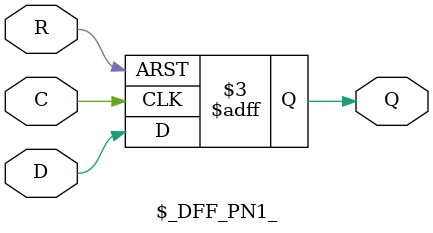
<source format=v>

module \$_DFF_PN1_ (D, C, R, Q);
input D, C, R;
output reg Q;
always @(posedge C or negedge R) begin
	if (R == 0)
		Q <= 1;
	else
		Q <= D;
end
endmodule

</source>
